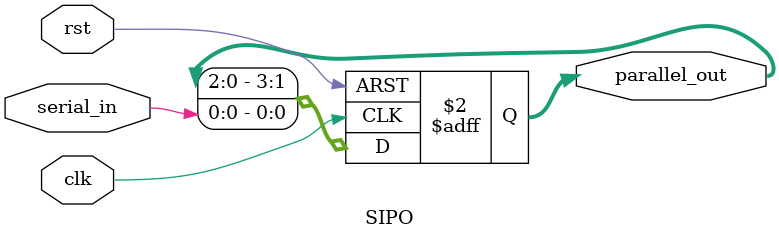
<source format=v>
module SIPO (
    input clk,
    input rst,
    input serial_in,
    output reg [3:0] parallel_out
);
    always @(posedge clk or posedge rst) begin
        if (rst)
            parallel_out <= 4'b0000;
        else
            parallel_out <= {parallel_out[2:0], serial_in};
    end
endmodule

</source>
